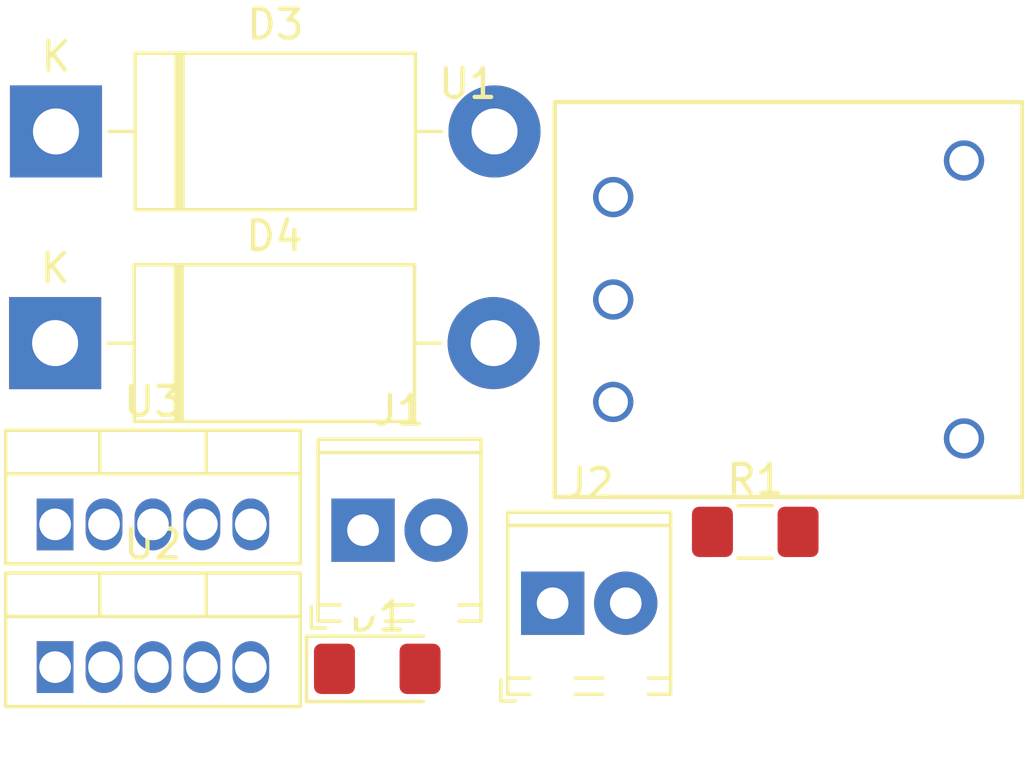
<source format=kicad_pcb>
(kicad_pcb (version 20171130) (host pcbnew 5.0.2-bee76a0~70~ubuntu18.04.1)

  (general
    (thickness 1.6)
    (drawings 0)
    (tracks 0)
    (zones 0)
    (modules 9)
    (nets 15)
  )

  (page A4)
  (layers
    (0 F.Cu signal)
    (31 B.Cu signal)
    (32 B.Adhes user)
    (33 F.Adhes user)
    (34 B.Paste user)
    (35 F.Paste user)
    (36 B.SilkS user)
    (37 F.SilkS user)
    (38 B.Mask user)
    (39 F.Mask user)
    (40 Dwgs.User user)
    (41 Cmts.User user)
    (42 Eco1.User user)
    (43 Eco2.User user)
    (44 Edge.Cuts user)
    (45 Margin user)
    (46 B.CrtYd user)
    (47 F.CrtYd user)
    (48 B.Fab user)
    (49 F.Fab user)
  )

  (setup
    (last_trace_width 0.381)
    (user_trace_width 0.254)
    (user_trace_width 0.381)
    (user_trace_width 0.762)
    (trace_clearance 0.381)
    (zone_clearance 0.508)
    (zone_45_only no)
    (trace_min 0.2)
    (segment_width 0.2)
    (edge_width 0.1)
    (via_size 0.8)
    (via_drill 0.4)
    (via_min_size 0.4)
    (via_min_drill 0.3)
    (uvia_size 0.3)
    (uvia_drill 0.1)
    (uvias_allowed no)
    (uvia_min_size 0.2)
    (uvia_min_drill 0.1)
    (pcb_text_width 0.3)
    (pcb_text_size 1.5 1.5)
    (mod_edge_width 0.15)
    (mod_text_size 1 1)
    (mod_text_width 0.15)
    (pad_size 1.5 1.5)
    (pad_drill 0.6)
    (pad_to_mask_clearance 0)
    (solder_mask_min_width 0.25)
    (aux_axis_origin 0 0)
    (visible_elements FFFFFF7F)
    (pcbplotparams
      (layerselection 0x010fc_ffffffff)
      (usegerberextensions false)
      (usegerberattributes false)
      (usegerberadvancedattributes false)
      (creategerberjobfile false)
      (excludeedgelayer true)
      (linewidth 0.100000)
      (plotframeref false)
      (viasonmask false)
      (mode 1)
      (useauxorigin false)
      (hpglpennumber 1)
      (hpglpenspeed 20)
      (hpglpendiameter 15.000000)
      (psnegative false)
      (psa4output false)
      (plotreference true)
      (plotvalue true)
      (plotinvisibletext false)
      (padsonsilk false)
      (subtractmaskfromsilk false)
      (outputformat 1)
      (mirror false)
      (drillshape 1)
      (scaleselection 1)
      (outputdirectory ""))
  )

  (net 0 "")
  (net 1 GND)
  (net 2 +5V)
  (net 3 +BATT)
  (net 4 +12V)
  (net 5 "Net-(D1-Pad2)")
  (net 6 "Net-(C3-Pad1)")
  (net 7 "Net-(100µH2-Pad1)")
  (net 8 "Net-(R5-Pad2)")
  (net 9 "Net-(R3-Pad2)")
  (net 10 "Net-(100µH1-Pad1)")
  (net 11 "Net-(C2-Pad1)")
  (net 12 "Net-(C4-Pad1)")
  (net 13 "Net-(R2-Pad1)")
  (net 14 "Net-(U1-Pad5)")

  (net_class Default "This is the default net class."
    (clearance 0.381)
    (trace_width 0.381)
    (via_dia 0.8)
    (via_drill 0.4)
    (uvia_dia 0.3)
    (uvia_drill 0.1)
    (add_net +12V)
    (add_net +5V)
    (add_net +BATT)
    (add_net GND)
    (add_net "Net-(100µH1-Pad1)")
    (add_net "Net-(100µH2-Pad1)")
    (add_net "Net-(C2-Pad1)")
    (add_net "Net-(C3-Pad1)")
    (add_net "Net-(C4-Pad1)")
    (add_net "Net-(D1-Pad2)")
    (add_net "Net-(R2-Pad1)")
    (add_net "Net-(R3-Pad2)")
    (add_net "Net-(R5-Pad2)")
    (add_net "Net-(U1-Pad5)")
  )

  (module @Robot_symbols:PTH08080W (layer F.Cu) (tedit 5CDD7405) (tstamp 5CEB93B0)
    (at 184.721 77.212)
    (path /5CE03BA2)
    (fp_text reference U1 (at -3.0226 -0.635) (layer F.SilkS)
      (effects (font (size 1 1) (thickness 0.15)))
    )
    (fp_text value PTH08080W (at -2.5908 -2.2225) (layer F.Fab)
      (effects (font (size 1 1) (thickness 0.15)))
    )
    (fp_line (start 0 0) (end 16.25 0) (layer F.SilkS) (width 0.15))
    (fp_line (start 0 0) (end 0 13.72) (layer F.SilkS) (width 0.15))
    (fp_line (start 0 13.72) (end 16.25 13.72) (layer F.SilkS) (width 0.15))
    (fp_line (start 16.25 13.72) (end 16.25 0) (layer F.SilkS) (width 0.15))
    (pad 1 thru_hole circle (at 2.03 3.3) (size 1.4 1.4) (drill 1.02) (layers *.Cu *.Mask)
      (net 12 "Net-(C4-Pad1)"))
    (pad 2 thru_hole circle (at 2.03 6.86) (size 1.4 1.4) (drill 1.02) (layers *.Cu *.Mask)
      (net 1 GND))
    (pad 3 thru_hole circle (at 2.03 10.42) (size 1.4 1.4) (drill 1.02) (layers *.Cu *.Mask)
      (net 2 +5V))
    (pad 4 thru_hole circle (at 14.22 11.69) (size 1.4 1.4) (drill 1.02) (layers *.Cu *.Mask)
      (net 13 "Net-(R2-Pad1)"))
    (pad 5 thru_hole circle (at 14.22 2.03) (size 1.4 1.4) (drill 1.02) (layers *.Cu *.Mask)
      (net 14 "Net-(U1-Pad5)"))
  )

  (module Diode_THT:D_DO-201AD_P15.24mm_Horizontal (layer F.Cu) (tedit 5AE50CD5) (tstamp 5CEB93A3)
    (at 167.356001 85.587001)
    (descr "Diode, DO-201AD series, Axial, Horizontal, pin pitch=15.24mm, , length*diameter=9.5*5.2mm^2, , http://www.diodes.com/_files/packages/DO-201AD.pdf")
    (tags "Diode DO-201AD series Axial Horizontal pin pitch 15.24mm  length 9.5mm diameter 5.2mm")
    (path /5CB995BE)
    (fp_text reference D4 (at 7.62 -3.72) (layer F.SilkS)
      (effects (font (size 1 1) (thickness 0.15)))
    )
    (fp_text value 1N5822 (at 7.62 3.72) (layer F.Fab)
      (effects (font (size 1 1) (thickness 0.15)))
    )
    (fp_text user K (at 0 -2.6) (layer F.SilkS)
      (effects (font (size 1 1) (thickness 0.15)))
    )
    (fp_text user K (at 0 -2.6) (layer F.Fab)
      (effects (font (size 1 1) (thickness 0.15)))
    )
    (fp_text user %R (at 8.3325 0) (layer F.Fab)
      (effects (font (size 1 1) (thickness 0.15)))
    )
    (fp_line (start 17.09 -2.85) (end -1.85 -2.85) (layer F.CrtYd) (width 0.05))
    (fp_line (start 17.09 2.85) (end 17.09 -2.85) (layer F.CrtYd) (width 0.05))
    (fp_line (start -1.85 2.85) (end 17.09 2.85) (layer F.CrtYd) (width 0.05))
    (fp_line (start -1.85 -2.85) (end -1.85 2.85) (layer F.CrtYd) (width 0.05))
    (fp_line (start 4.175 -2.72) (end 4.175 2.72) (layer F.SilkS) (width 0.12))
    (fp_line (start 4.415 -2.72) (end 4.415 2.72) (layer F.SilkS) (width 0.12))
    (fp_line (start 4.295 -2.72) (end 4.295 2.72) (layer F.SilkS) (width 0.12))
    (fp_line (start 13.4 0) (end 12.49 0) (layer F.SilkS) (width 0.12))
    (fp_line (start 1.84 0) (end 2.75 0) (layer F.SilkS) (width 0.12))
    (fp_line (start 12.49 -2.72) (end 2.75 -2.72) (layer F.SilkS) (width 0.12))
    (fp_line (start 12.49 2.72) (end 12.49 -2.72) (layer F.SilkS) (width 0.12))
    (fp_line (start 2.75 2.72) (end 12.49 2.72) (layer F.SilkS) (width 0.12))
    (fp_line (start 2.75 -2.72) (end 2.75 2.72) (layer F.SilkS) (width 0.12))
    (fp_line (start 4.195 -2.6) (end 4.195 2.6) (layer F.Fab) (width 0.1))
    (fp_line (start 4.395 -2.6) (end 4.395 2.6) (layer F.Fab) (width 0.1))
    (fp_line (start 4.295 -2.6) (end 4.295 2.6) (layer F.Fab) (width 0.1))
    (fp_line (start 15.24 0) (end 12.37 0) (layer F.Fab) (width 0.1))
    (fp_line (start 0 0) (end 2.87 0) (layer F.Fab) (width 0.1))
    (fp_line (start 12.37 -2.6) (end 2.87 -2.6) (layer F.Fab) (width 0.1))
    (fp_line (start 12.37 2.6) (end 12.37 -2.6) (layer F.Fab) (width 0.1))
    (fp_line (start 2.87 2.6) (end 12.37 2.6) (layer F.Fab) (width 0.1))
    (fp_line (start 2.87 -2.6) (end 2.87 2.6) (layer F.Fab) (width 0.1))
    (pad 2 thru_hole oval (at 15.24 0) (size 3.2 3.2) (drill 1.6) (layers *.Cu *.Mask)
      (net 1 GND))
    (pad 1 thru_hole rect (at 0 0) (size 3.2 3.2) (drill 1.6) (layers *.Cu *.Mask)
      (net 7 "Net-(100µH2-Pad1)"))
    (model ${KISYS3DMOD}/Diode_THT.3dshapes/D_DO-201AD_P15.24mm_Horizontal.wrl
      (at (xyz 0 0 0))
      (scale (xyz 1 1 1))
      (rotate (xyz 0 0 0))
    )
  )

  (module Diode_THT:D_DO-201AD_P15.24mm_Horizontal (layer F.Cu) (tedit 5AE50CD5) (tstamp 5CEB9384)
    (at 167.386 78.232)
    (descr "Diode, DO-201AD series, Axial, Horizontal, pin pitch=15.24mm, , length*diameter=9.5*5.2mm^2, , http://www.diodes.com/_files/packages/DO-201AD.pdf")
    (tags "Diode DO-201AD series Axial Horizontal pin pitch 15.24mm  length 9.5mm diameter 5.2mm")
    (path /5C8B3428)
    (fp_text reference D3 (at 7.62 -3.72) (layer F.SilkS)
      (effects (font (size 1 1) (thickness 0.15)))
    )
    (fp_text value 1N5822 (at 7.62 3.72) (layer F.Fab)
      (effects (font (size 1 1) (thickness 0.15)))
    )
    (fp_line (start 2.87 -2.6) (end 2.87 2.6) (layer F.Fab) (width 0.1))
    (fp_line (start 2.87 2.6) (end 12.37 2.6) (layer F.Fab) (width 0.1))
    (fp_line (start 12.37 2.6) (end 12.37 -2.6) (layer F.Fab) (width 0.1))
    (fp_line (start 12.37 -2.6) (end 2.87 -2.6) (layer F.Fab) (width 0.1))
    (fp_line (start 0 0) (end 2.87 0) (layer F.Fab) (width 0.1))
    (fp_line (start 15.24 0) (end 12.37 0) (layer F.Fab) (width 0.1))
    (fp_line (start 4.295 -2.6) (end 4.295 2.6) (layer F.Fab) (width 0.1))
    (fp_line (start 4.395 -2.6) (end 4.395 2.6) (layer F.Fab) (width 0.1))
    (fp_line (start 4.195 -2.6) (end 4.195 2.6) (layer F.Fab) (width 0.1))
    (fp_line (start 2.75 -2.72) (end 2.75 2.72) (layer F.SilkS) (width 0.12))
    (fp_line (start 2.75 2.72) (end 12.49 2.72) (layer F.SilkS) (width 0.12))
    (fp_line (start 12.49 2.72) (end 12.49 -2.72) (layer F.SilkS) (width 0.12))
    (fp_line (start 12.49 -2.72) (end 2.75 -2.72) (layer F.SilkS) (width 0.12))
    (fp_line (start 1.84 0) (end 2.75 0) (layer F.SilkS) (width 0.12))
    (fp_line (start 13.4 0) (end 12.49 0) (layer F.SilkS) (width 0.12))
    (fp_line (start 4.295 -2.72) (end 4.295 2.72) (layer F.SilkS) (width 0.12))
    (fp_line (start 4.415 -2.72) (end 4.415 2.72) (layer F.SilkS) (width 0.12))
    (fp_line (start 4.175 -2.72) (end 4.175 2.72) (layer F.SilkS) (width 0.12))
    (fp_line (start -1.85 -2.85) (end -1.85 2.85) (layer F.CrtYd) (width 0.05))
    (fp_line (start -1.85 2.85) (end 17.09 2.85) (layer F.CrtYd) (width 0.05))
    (fp_line (start 17.09 2.85) (end 17.09 -2.85) (layer F.CrtYd) (width 0.05))
    (fp_line (start 17.09 -2.85) (end -1.85 -2.85) (layer F.CrtYd) (width 0.05))
    (fp_text user %R (at 8.3325 0) (layer F.Fab)
      (effects (font (size 1 1) (thickness 0.15)))
    )
    (fp_text user K (at 0 -2.6) (layer F.Fab)
      (effects (font (size 1 1) (thickness 0.15)))
    )
    (fp_text user K (at 0 -2.6) (layer F.SilkS)
      (effects (font (size 1 1) (thickness 0.15)))
    )
    (pad 1 thru_hole rect (at 0 0) (size 3.2 3.2) (drill 1.6) (layers *.Cu *.Mask)
      (net 10 "Net-(100µH1-Pad1)"))
    (pad 2 thru_hole oval (at 15.24 0) (size 3.2 3.2) (drill 1.6) (layers *.Cu *.Mask)
      (net 1 GND))
    (model ${KISYS3DMOD}/Diode_THT.3dshapes/D_DO-201AD_P15.24mm_Horizontal.wrl
      (at (xyz 0 0 0))
      (scale (xyz 1 1 1))
      (rotate (xyz 0 0 0))
    )
  )

  (module LED_SMD:LED_1206_3216Metric_Pad1.42x1.75mm_HandSolder (layer F.Cu) (tedit 5B4B45C9) (tstamp 5CEB9365)
    (at 178.551001 96.907001)
    (descr "LED SMD 1206 (3216 Metric), square (rectangular) end terminal, IPC_7351 nominal, (Body size source: http://www.tortai-tech.com/upload/download/2011102023233369053.pdf), generated with kicad-footprint-generator")
    (tags "LED handsolder")
    (path /5C829EB9)
    (attr smd)
    (fp_text reference D1 (at 0 -1.82) (layer F.SilkS)
      (effects (font (size 1 1) (thickness 0.15)))
    )
    (fp_text value LED_12V_rouge (at 0 1.82) (layer F.Fab)
      (effects (font (size 1 1) (thickness 0.15)))
    )
    (fp_line (start 1.6 -0.8) (end -1.2 -0.8) (layer F.Fab) (width 0.1))
    (fp_line (start -1.2 -0.8) (end -1.6 -0.4) (layer F.Fab) (width 0.1))
    (fp_line (start -1.6 -0.4) (end -1.6 0.8) (layer F.Fab) (width 0.1))
    (fp_line (start -1.6 0.8) (end 1.6 0.8) (layer F.Fab) (width 0.1))
    (fp_line (start 1.6 0.8) (end 1.6 -0.8) (layer F.Fab) (width 0.1))
    (fp_line (start 1.6 -1.135) (end -2.46 -1.135) (layer F.SilkS) (width 0.12))
    (fp_line (start -2.46 -1.135) (end -2.46 1.135) (layer F.SilkS) (width 0.12))
    (fp_line (start -2.46 1.135) (end 1.6 1.135) (layer F.SilkS) (width 0.12))
    (fp_line (start -2.45 1.12) (end -2.45 -1.12) (layer F.CrtYd) (width 0.05))
    (fp_line (start -2.45 -1.12) (end 2.45 -1.12) (layer F.CrtYd) (width 0.05))
    (fp_line (start 2.45 -1.12) (end 2.45 1.12) (layer F.CrtYd) (width 0.05))
    (fp_line (start 2.45 1.12) (end -2.45 1.12) (layer F.CrtYd) (width 0.05))
    (fp_text user %R (at 0 0) (layer F.Fab)
      (effects (font (size 0.8 0.8) (thickness 0.12)))
    )
    (pad 1 smd roundrect (at -1.4875 0) (size 1.425 1.75) (layers F.Cu F.Paste F.Mask) (roundrect_rratio 0.175439)
      (net 1 GND))
    (pad 2 smd roundrect (at 1.4875 0) (size 1.425 1.75) (layers F.Cu F.Paste F.Mask) (roundrect_rratio 0.175439)
      (net 5 "Net-(D1-Pad2)"))
    (model ${KISYS3DMOD}/LED_SMD.3dshapes/LED_1206_3216Metric.wrl
      (at (xyz 0 0 0))
      (scale (xyz 1 1 1))
      (rotate (xyz 0 0 0))
    )
  )

  (module Package_TO_SOT_THT:TO-220-5_Vertical (layer F.Cu) (tedit 5AD11EBF) (tstamp 5CEB9352)
    (at 167.356001 96.847001)
    (descr "TO-220-5, Vertical, RM 1.7mm, Pentawatt, Multiwatt-5, see http://www.analog.com/media/en/package-pcb-resources/package/pkg_pdf/ltc-legacy-to-220/to-220_5_05-08-1421_straight_lead.pdf")
    (tags "TO-220-5 Vertical RM 1.7mm Pentawatt Multiwatt-5")
    (path /5CB8CB96)
    (fp_text reference U2 (at 3.4 -4.27) (layer F.SilkS)
      (effects (font (size 1 1) (thickness 0.15)))
    )
    (fp_text value LM2576T-ADJ (at 3.4 2.5) (layer F.Fab)
      (effects (font (size 1 1) (thickness 0.15)))
    )
    (fp_text user %R (at 3.4 -4.27) (layer F.Fab)
      (effects (font (size 1 1) (thickness 0.15)))
    )
    (fp_line (start 8.65 -3.4) (end -1.85 -3.4) (layer F.CrtYd) (width 0.05))
    (fp_line (start 8.65 1.51) (end 8.65 -3.4) (layer F.CrtYd) (width 0.05))
    (fp_line (start -1.85 1.51) (end 8.65 1.51) (layer F.CrtYd) (width 0.05))
    (fp_line (start -1.85 -3.4) (end -1.85 1.51) (layer F.CrtYd) (width 0.05))
    (fp_line (start 5.25 -3.27) (end 5.25 -1.76) (layer F.SilkS) (width 0.12))
    (fp_line (start 1.55 -3.27) (end 1.55 -1.76) (layer F.SilkS) (width 0.12))
    (fp_line (start -1.721 -1.76) (end 8.52 -1.76) (layer F.SilkS) (width 0.12))
    (fp_line (start 8.52 -3.27) (end 8.52 1.371) (layer F.SilkS) (width 0.12))
    (fp_line (start -1.721 -3.27) (end -1.721 1.371) (layer F.SilkS) (width 0.12))
    (fp_line (start -1.721 1.371) (end 8.52 1.371) (layer F.SilkS) (width 0.12))
    (fp_line (start -1.721 -3.27) (end 8.52 -3.27) (layer F.SilkS) (width 0.12))
    (fp_line (start 5.25 -3.15) (end 5.25 -1.88) (layer F.Fab) (width 0.1))
    (fp_line (start 1.55 -3.15) (end 1.55 -1.88) (layer F.Fab) (width 0.1))
    (fp_line (start -1.6 -1.88) (end 8.4 -1.88) (layer F.Fab) (width 0.1))
    (fp_line (start 8.4 -3.15) (end -1.6 -3.15) (layer F.Fab) (width 0.1))
    (fp_line (start 8.4 1.25) (end 8.4 -3.15) (layer F.Fab) (width 0.1))
    (fp_line (start -1.6 1.25) (end 8.4 1.25) (layer F.Fab) (width 0.1))
    (fp_line (start -1.6 -3.15) (end -1.6 1.25) (layer F.Fab) (width 0.1))
    (pad 5 thru_hole oval (at 6.8 0) (size 1.275 1.8) (drill 1.1) (layers *.Cu *.Mask)
      (net 1 GND))
    (pad 4 thru_hole oval (at 5.1 0) (size 1.275 1.8) (drill 1.1) (layers *.Cu *.Mask)
      (net 9 "Net-(R3-Pad2)"))
    (pad 3 thru_hole oval (at 3.4 0) (size 1.275 1.8) (drill 1.1) (layers *.Cu *.Mask)
      (net 1 GND))
    (pad 2 thru_hole oval (at 1.7 0) (size 1.275 1.8) (drill 1.1) (layers *.Cu *.Mask)
      (net 10 "Net-(100µH1-Pad1)"))
    (pad 1 thru_hole rect (at 0 0) (size 1.275 1.8) (drill 1.1) (layers *.Cu *.Mask)
      (net 11 "Net-(C2-Pad1)"))
    (model ${KISYS3DMOD}/Package_TO_SOT_THT.3dshapes/TO-220-5_Vertical.wrl
      (at (xyz 0 0 0))
      (scale (xyz 1 1 1))
      (rotate (xyz 0 0 0))
    )
  )

  (module Package_TO_SOT_THT:TO-220-5_Vertical (layer F.Cu) (tedit 5AD11EBF) (tstamp 5CEB9336)
    (at 167.356001 91.887001)
    (descr "TO-220-5, Vertical, RM 1.7mm, Pentawatt, Multiwatt-5, see http://www.analog.com/media/en/package-pcb-resources/package/pkg_pdf/ltc-legacy-to-220/to-220_5_05-08-1421_straight_lead.pdf")
    (tags "TO-220-5 Vertical RM 1.7mm Pentawatt Multiwatt-5")
    (path /5CB995D2)
    (fp_text reference U3 (at 3.4 -4.27) (layer F.SilkS)
      (effects (font (size 1 1) (thickness 0.15)))
    )
    (fp_text value LM2576T-ADJ (at 3.4 2.5) (layer F.Fab)
      (effects (font (size 1 1) (thickness 0.15)))
    )
    (fp_line (start -1.6 -3.15) (end -1.6 1.25) (layer F.Fab) (width 0.1))
    (fp_line (start -1.6 1.25) (end 8.4 1.25) (layer F.Fab) (width 0.1))
    (fp_line (start 8.4 1.25) (end 8.4 -3.15) (layer F.Fab) (width 0.1))
    (fp_line (start 8.4 -3.15) (end -1.6 -3.15) (layer F.Fab) (width 0.1))
    (fp_line (start -1.6 -1.88) (end 8.4 -1.88) (layer F.Fab) (width 0.1))
    (fp_line (start 1.55 -3.15) (end 1.55 -1.88) (layer F.Fab) (width 0.1))
    (fp_line (start 5.25 -3.15) (end 5.25 -1.88) (layer F.Fab) (width 0.1))
    (fp_line (start -1.721 -3.27) (end 8.52 -3.27) (layer F.SilkS) (width 0.12))
    (fp_line (start -1.721 1.371) (end 8.52 1.371) (layer F.SilkS) (width 0.12))
    (fp_line (start -1.721 -3.27) (end -1.721 1.371) (layer F.SilkS) (width 0.12))
    (fp_line (start 8.52 -3.27) (end 8.52 1.371) (layer F.SilkS) (width 0.12))
    (fp_line (start -1.721 -1.76) (end 8.52 -1.76) (layer F.SilkS) (width 0.12))
    (fp_line (start 1.55 -3.27) (end 1.55 -1.76) (layer F.SilkS) (width 0.12))
    (fp_line (start 5.25 -3.27) (end 5.25 -1.76) (layer F.SilkS) (width 0.12))
    (fp_line (start -1.85 -3.4) (end -1.85 1.51) (layer F.CrtYd) (width 0.05))
    (fp_line (start -1.85 1.51) (end 8.65 1.51) (layer F.CrtYd) (width 0.05))
    (fp_line (start 8.65 1.51) (end 8.65 -3.4) (layer F.CrtYd) (width 0.05))
    (fp_line (start 8.65 -3.4) (end -1.85 -3.4) (layer F.CrtYd) (width 0.05))
    (fp_text user %R (at 3.4 -4.27) (layer F.Fab)
      (effects (font (size 1 1) (thickness 0.15)))
    )
    (pad 1 thru_hole rect (at 0 0) (size 1.275 1.8) (drill 1.1) (layers *.Cu *.Mask)
      (net 6 "Net-(C3-Pad1)"))
    (pad 2 thru_hole oval (at 1.7 0) (size 1.275 1.8) (drill 1.1) (layers *.Cu *.Mask)
      (net 7 "Net-(100µH2-Pad1)"))
    (pad 3 thru_hole oval (at 3.4 0) (size 1.275 1.8) (drill 1.1) (layers *.Cu *.Mask)
      (net 1 GND))
    (pad 4 thru_hole oval (at 5.1 0) (size 1.275 1.8) (drill 1.1) (layers *.Cu *.Mask)
      (net 8 "Net-(R5-Pad2)"))
    (pad 5 thru_hole oval (at 6.8 0) (size 1.275 1.8) (drill 1.1) (layers *.Cu *.Mask)
      (net 1 GND))
    (model ${KISYS3DMOD}/Package_TO_SOT_THT.3dshapes/TO-220-5_Vertical.wrl
      (at (xyz 0 0 0))
      (scale (xyz 1 1 1))
      (rotate (xyz 0 0 0))
    )
  )

  (module Resistor_SMD:R_1206_3216Metric_Pad1.42x1.75mm_HandSolder (layer F.Cu) (tedit 5B301BBD) (tstamp 5CEB931A)
    (at 191.686001 92.147001)
    (descr "Resistor SMD 1206 (3216 Metric), square (rectangular) end terminal, IPC_7351 nominal with elongated pad for handsoldering. (Body size source: http://www.tortai-tech.com/upload/download/2011102023233369053.pdf), generated with kicad-footprint-generator")
    (tags "resistor handsolder")
    (path /5C829EC0)
    (attr smd)
    (fp_text reference R1 (at 0 -1.82) (layer F.SilkS)
      (effects (font (size 1 1) (thickness 0.15)))
    )
    (fp_text value 1k (at 0 1.82) (layer F.Fab)
      (effects (font (size 1 1) (thickness 0.15)))
    )
    (fp_line (start -1.6 0.8) (end -1.6 -0.8) (layer F.Fab) (width 0.1))
    (fp_line (start -1.6 -0.8) (end 1.6 -0.8) (layer F.Fab) (width 0.1))
    (fp_line (start 1.6 -0.8) (end 1.6 0.8) (layer F.Fab) (width 0.1))
    (fp_line (start 1.6 0.8) (end -1.6 0.8) (layer F.Fab) (width 0.1))
    (fp_line (start -0.602064 -0.91) (end 0.602064 -0.91) (layer F.SilkS) (width 0.12))
    (fp_line (start -0.602064 0.91) (end 0.602064 0.91) (layer F.SilkS) (width 0.12))
    (fp_line (start -2.45 1.12) (end -2.45 -1.12) (layer F.CrtYd) (width 0.05))
    (fp_line (start -2.45 -1.12) (end 2.45 -1.12) (layer F.CrtYd) (width 0.05))
    (fp_line (start 2.45 -1.12) (end 2.45 1.12) (layer F.CrtYd) (width 0.05))
    (fp_line (start 2.45 1.12) (end -2.45 1.12) (layer F.CrtYd) (width 0.05))
    (fp_text user %R (at 0 0) (layer F.Fab)
      (effects (font (size 0.8 0.8) (thickness 0.12)))
    )
    (pad 1 smd roundrect (at -1.4875 0) (size 1.425 1.75) (layers F.Cu F.Paste F.Mask) (roundrect_rratio 0.175439)
      (net 4 +12V))
    (pad 2 smd roundrect (at 1.4875 0) (size 1.425 1.75) (layers F.Cu F.Paste F.Mask) (roundrect_rratio 0.175439)
      (net 5 "Net-(D1-Pad2)"))
    (model ${KISYS3DMOD}/Resistor_SMD.3dshapes/R_1206_3216Metric.wrl
      (at (xyz 0 0 0))
      (scale (xyz 1 1 1))
      (rotate (xyz 0 0 0))
    )
  )

  (module TerminalBlock_Phoenix:TerminalBlock_Phoenix_MPT-0,5-2-2.54_1x02_P2.54mm_Horizontal (layer F.Cu) (tedit 5B294F98) (tstamp 5CEB9309)
    (at 184.646001 94.627001)
    (descr "Terminal Block Phoenix MPT-0,5-2-2.54, 2 pins, pitch 2.54mm, size 5.54x6.2mm^2, drill diamater 1.1mm, pad diameter 2.2mm, see http://www.mouser.com/ds/2/324/ItemDetail_1725656-920552.pdf, script-generated using https://github.com/pointhi/kicad-footprint-generator/scripts/TerminalBlock_Phoenix")
    (tags "THT Terminal Block Phoenix MPT-0,5-2-2.54 pitch 2.54mm size 5.54x6.2mm^2 drill 1.1mm pad 2.2mm")
    (path /5BED9A92)
    (fp_text reference J2 (at 1.27 -4.16) (layer F.SilkS)
      (effects (font (size 1 1) (thickness 0.15)))
    )
    (fp_text value "Alim puissance" (at 1.27 4.16) (layer F.Fab)
      (effects (font (size 1 1) (thickness 0.15)))
    )
    (fp_text user %R (at 1.27 2) (layer F.Fab)
      (effects (font (size 1 1) (thickness 0.15)))
    )
    (fp_line (start 4.54 -3.6) (end -2 -3.6) (layer F.CrtYd) (width 0.05))
    (fp_line (start 4.54 3.6) (end 4.54 -3.6) (layer F.CrtYd) (width 0.05))
    (fp_line (start -2 3.6) (end 4.54 3.6) (layer F.CrtYd) (width 0.05))
    (fp_line (start -2 -3.6) (end -2 3.6) (layer F.CrtYd) (width 0.05))
    (fp_line (start -1.8 3.4) (end -1.3 3.4) (layer F.SilkS) (width 0.12))
    (fp_line (start -1.8 2.66) (end -1.8 3.4) (layer F.SilkS) (width 0.12))
    (fp_line (start 3.241 -0.835) (end 1.706 0.7) (layer F.Fab) (width 0.1))
    (fp_line (start 3.375 -0.7) (end 1.84 0.835) (layer F.Fab) (width 0.1))
    (fp_line (start 0.701 -0.835) (end -0.835 0.7) (layer F.Fab) (width 0.1))
    (fp_line (start 0.835 -0.7) (end -0.701 0.835) (layer F.Fab) (width 0.1))
    (fp_line (start 4.1 -3.16) (end 4.1 3.16) (layer F.SilkS) (width 0.12))
    (fp_line (start -1.56 -3.16) (end -1.56 3.16) (layer F.SilkS) (width 0.12))
    (fp_line (start 3.33 3.16) (end 4.1 3.16) (layer F.SilkS) (width 0.12))
    (fp_line (start 0.79 3.16) (end 1.75 3.16) (layer F.SilkS) (width 0.12))
    (fp_line (start -1.56 3.16) (end -0.79 3.16) (layer F.SilkS) (width 0.12))
    (fp_line (start -1.56 -3.16) (end 4.1 -3.16) (layer F.SilkS) (width 0.12))
    (fp_line (start -1.56 -2.7) (end 4.1 -2.7) (layer F.SilkS) (width 0.12))
    (fp_line (start -1.5 -2.7) (end 4.04 -2.7) (layer F.Fab) (width 0.1))
    (fp_line (start 3.33 2.6) (end 4.1 2.6) (layer F.SilkS) (width 0.12))
    (fp_line (start 0.79 2.6) (end 1.75 2.6) (layer F.SilkS) (width 0.12))
    (fp_line (start -1.56 2.6) (end -0.79 2.6) (layer F.SilkS) (width 0.12))
    (fp_line (start -1.5 2.6) (end 4.04 2.6) (layer F.Fab) (width 0.1))
    (fp_line (start -1.5 2.6) (end -1.5 -3.1) (layer F.Fab) (width 0.1))
    (fp_line (start -1 3.1) (end -1.5 2.6) (layer F.Fab) (width 0.1))
    (fp_line (start 4.04 3.1) (end -1 3.1) (layer F.Fab) (width 0.1))
    (fp_line (start 4.04 -3.1) (end 4.04 3.1) (layer F.Fab) (width 0.1))
    (fp_line (start -1.5 -3.1) (end 4.04 -3.1) (layer F.Fab) (width 0.1))
    (fp_circle (center 2.54 0) (end 3.64 0) (layer F.Fab) (width 0.1))
    (fp_circle (center 0 0) (end 1.1 0) (layer F.Fab) (width 0.1))
    (pad "" np_thru_hole circle (at 2.54 2.54) (size 1.1 1.1) (drill 1.1) (layers *.Cu *.Mask))
    (pad 2 thru_hole circle (at 2.54 0) (size 2.2 2.2) (drill 1.1) (layers *.Cu *.Mask)
      (net 3 +BATT))
    (pad "" np_thru_hole circle (at 0 2.54) (size 1.1 1.1) (drill 1.1) (layers *.Cu *.Mask))
    (pad 1 thru_hole rect (at 0 0) (size 2.2 2.2) (drill 1.1) (layers *.Cu *.Mask)
      (net 1 GND))
    (model ${KISYS3DMOD}/TerminalBlock_Phoenix.3dshapes/TerminalBlock_Phoenix_MPT-0,5-2-2.54_1x02_P2.54mm_Horizontal.wrl
      (at (xyz 0 0 0))
      (scale (xyz 1 1 1))
      (rotate (xyz 0 0 0))
    )
  )

  (module TerminalBlock_Phoenix:TerminalBlock_Phoenix_MPT-0,5-2-2.54_1x02_P2.54mm_Horizontal (layer F.Cu) (tedit 5B294F98) (tstamp 5CEB92E3)
    (at 178.056001 92.087001)
    (descr "Terminal Block Phoenix MPT-0,5-2-2.54, 2 pins, pitch 2.54mm, size 5.54x6.2mm^2, drill diamater 1.1mm, pad diameter 2.2mm, see http://www.mouser.com/ds/2/324/ItemDetail_1725656-920552.pdf, script-generated using https://github.com/pointhi/kicad-footprint-generator/scripts/TerminalBlock_Phoenix")
    (tags "THT Terminal Block Phoenix MPT-0,5-2-2.54 pitch 2.54mm size 5.54x6.2mm^2 drill 1.1mm pad 2.2mm")
    (path /5CF109A3)
    (fp_text reference J1 (at 1.27 -4.16) (layer F.SilkS)
      (effects (font (size 1 1) (thickness 0.15)))
    )
    (fp_text value "Alim logique" (at 1.27 4.16) (layer F.Fab)
      (effects (font (size 1 1) (thickness 0.15)))
    )
    (fp_circle (center 0 0) (end 1.1 0) (layer F.Fab) (width 0.1))
    (fp_circle (center 2.54 0) (end 3.64 0) (layer F.Fab) (width 0.1))
    (fp_line (start -1.5 -3.1) (end 4.04 -3.1) (layer F.Fab) (width 0.1))
    (fp_line (start 4.04 -3.1) (end 4.04 3.1) (layer F.Fab) (width 0.1))
    (fp_line (start 4.04 3.1) (end -1 3.1) (layer F.Fab) (width 0.1))
    (fp_line (start -1 3.1) (end -1.5 2.6) (layer F.Fab) (width 0.1))
    (fp_line (start -1.5 2.6) (end -1.5 -3.1) (layer F.Fab) (width 0.1))
    (fp_line (start -1.5 2.6) (end 4.04 2.6) (layer F.Fab) (width 0.1))
    (fp_line (start -1.56 2.6) (end -0.79 2.6) (layer F.SilkS) (width 0.12))
    (fp_line (start 0.79 2.6) (end 1.75 2.6) (layer F.SilkS) (width 0.12))
    (fp_line (start 3.33 2.6) (end 4.1 2.6) (layer F.SilkS) (width 0.12))
    (fp_line (start -1.5 -2.7) (end 4.04 -2.7) (layer F.Fab) (width 0.1))
    (fp_line (start -1.56 -2.7) (end 4.1 -2.7) (layer F.SilkS) (width 0.12))
    (fp_line (start -1.56 -3.16) (end 4.1 -3.16) (layer F.SilkS) (width 0.12))
    (fp_line (start -1.56 3.16) (end -0.79 3.16) (layer F.SilkS) (width 0.12))
    (fp_line (start 0.79 3.16) (end 1.75 3.16) (layer F.SilkS) (width 0.12))
    (fp_line (start 3.33 3.16) (end 4.1 3.16) (layer F.SilkS) (width 0.12))
    (fp_line (start -1.56 -3.16) (end -1.56 3.16) (layer F.SilkS) (width 0.12))
    (fp_line (start 4.1 -3.16) (end 4.1 3.16) (layer F.SilkS) (width 0.12))
    (fp_line (start 0.835 -0.7) (end -0.701 0.835) (layer F.Fab) (width 0.1))
    (fp_line (start 0.701 -0.835) (end -0.835 0.7) (layer F.Fab) (width 0.1))
    (fp_line (start 3.375 -0.7) (end 1.84 0.835) (layer F.Fab) (width 0.1))
    (fp_line (start 3.241 -0.835) (end 1.706 0.7) (layer F.Fab) (width 0.1))
    (fp_line (start -1.8 2.66) (end -1.8 3.4) (layer F.SilkS) (width 0.12))
    (fp_line (start -1.8 3.4) (end -1.3 3.4) (layer F.SilkS) (width 0.12))
    (fp_line (start -2 -3.6) (end -2 3.6) (layer F.CrtYd) (width 0.05))
    (fp_line (start -2 3.6) (end 4.54 3.6) (layer F.CrtYd) (width 0.05))
    (fp_line (start 4.54 3.6) (end 4.54 -3.6) (layer F.CrtYd) (width 0.05))
    (fp_line (start 4.54 -3.6) (end -2 -3.6) (layer F.CrtYd) (width 0.05))
    (fp_text user %R (at 1.27 2) (layer F.Fab)
      (effects (font (size 1 1) (thickness 0.15)))
    )
    (pad 1 thru_hole rect (at 0 0) (size 2.2 2.2) (drill 1.1) (layers *.Cu *.Mask)
      (net 1 GND))
    (pad "" np_thru_hole circle (at 0 2.54) (size 1.1 1.1) (drill 1.1) (layers *.Cu *.Mask))
    (pad 2 thru_hole circle (at 2.54 0) (size 2.2 2.2) (drill 1.1) (layers *.Cu *.Mask)
      (net 2 +5V))
    (pad "" np_thru_hole circle (at 2.54 2.54) (size 1.1 1.1) (drill 1.1) (layers *.Cu *.Mask))
    (model ${KISYS3DMOD}/TerminalBlock_Phoenix.3dshapes/TerminalBlock_Phoenix_MPT-0,5-2-2.54_1x02_P2.54mm_Horizontal.wrl
      (at (xyz 0 0 0))
      (scale (xyz 1 1 1))
      (rotate (xyz 0 0 0))
    )
  )

)

</source>
